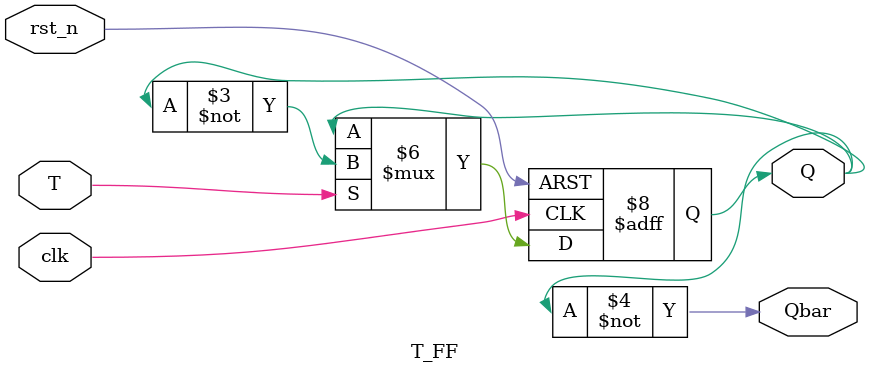
<source format=v>
module T_FF (
    input  wire T,
    input  wire clk,
    input  wire rst_n,
    output reg  Q,
    output wire Qbar
);
    always @(posedge clk or negedge rst_n) begin
        if (!rst_n)
            Q <= 1'b0;
        else if (T)
            Q <= ~Q;
        else
            Q <= Q; // hold
    end
    assign Qbar = ~Q;
endmodule

</source>
